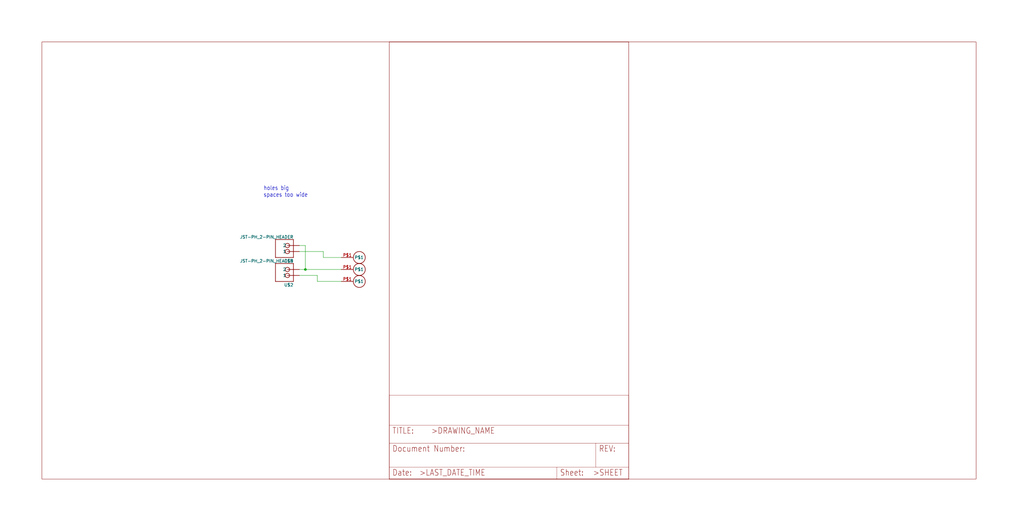
<source format=kicad_sch>
(kicad_sch (version 20211123) (generator eeschema)
  (paper "User" 434.34 223.571)
  (lib_symbols
    (symbol "weaver_toggle-eagle-import:BUTTON_PAD"
      (symbol "BUTTON_PAD_1_0"
        (circle (center 0 0) (radius 2.54) (stroke (width 0.254)))
        (pin bidirectional line (at -7.62 0 0) (length 5.08) (name "P$1") (number "P$1"))
      )
    )
    (symbol "weaver_toggle-eagle-import:JST-PH_2-PIN_HEADER"
      (property "Value" "JST-PH_2-PIN_HEADER" (at -5.08 -4.318 0))
      (symbol "JST-PH_2-PIN_HEADER_1_0"
        (circle (center -2.54 0) (radius 0.9158) (stroke (width 0.254)))
        (circle (center -2.54 2.54) (radius 0.9158) (stroke (width 0.254)))
        (polyline (pts (xy -5.08 -2.54) (xy -5.08 5.08)) (stroke (width 0.254)))
        (polyline (pts (xy -5.08 5.08) (xy 2.54 5.08)) (stroke (width 0.254)))
        (polyline (pts (xy 2.54 -2.54) (xy -5.08 -2.54)) (stroke (width 0.254)))
        (polyline (pts (xy 2.54 5.08) (xy 2.54 -2.54)) (stroke (width 0.254)))
        (pin bidirectional line (at -7.62 2.54 0) (length 5.08) (name "1") (number "P1"))
        (pin bidirectional line (at -7.62 0 0) (length 5.08) (name "2") (number "P2"))
      )
    )
    (symbol "weaver_toggle-eagle-import:LETTER_L"
      (symbol "LETTER_L_0_0"
        (polyline (pts (xy 0 0) (xy 248.92 0) (xy 248.92 185.42) (xy 0 185.42) (xy 0 0)))
      )
      (symbol "LETTER_L_2_0"
        (polyline (pts (xy 0 0) (xy 0 5.08)) (stroke (width 0.1016)))
        (polyline (pts (xy 0 0) (xy 71.12 0)) (stroke (width 0.1016)))
        (polyline (pts (xy 0 5.08) (xy 0 15.24)) (stroke (width 0.1016)))
        (polyline (pts (xy 0 5.08) (xy 71.12 5.08)) (stroke (width 0.1016)))
        (polyline (pts (xy 0 15.24) (xy 0 22.86)) (stroke (width 0.1016)))
        (polyline (pts (xy 0 22.86) (xy 0 35.56)) (stroke (width 0.1016)))
        (polyline (pts (xy 0 22.86) (xy 101.6 22.86)) (stroke (width 0.1016)))
        (polyline (pts (xy 71.12 0) (xy 101.6 0)) (stroke (width 0.1016)))
        (polyline (pts (xy 71.12 5.08) (xy 71.12 0)) (stroke (width 0.1016)))
        (polyline (pts (xy 71.12 5.08) (xy 87.63 5.08)) (stroke (width 0.1016)))
        (polyline (pts (xy 87.63 5.08) (xy 101.6 5.08)) (stroke (width 0.1016)))
        (polyline (pts (xy 87.63 15.24) (xy 0 15.24)) (stroke (width 0.1016)))
        (polyline (pts (xy 87.63 15.24) (xy 87.63 5.08)) (stroke (width 0.1016)))
        (polyline (pts (xy 101.6 5.08) (xy 101.6 0)) (stroke (width 0.1016)))
        (polyline (pts (xy 101.6 15.24) (xy 87.63 15.24)) (stroke (width 0.1016)))
        (polyline (pts (xy 101.6 15.24) (xy 101.6 5.08)) (stroke (width 0.1016)))
        (polyline (pts (xy 101.6 22.86) (xy 101.6 15.24)) (stroke (width 0.1016)))
        (polyline (pts (xy 101.6 35.56) (xy 0 35.56)) (stroke (width 0.1016)))
        (polyline (pts (xy 101.6 35.56) (xy 101.6 22.86)) (stroke (width 0.1016)))
        (text ">DRAWING_NAME" (at 17.78 19.05 0) (effects (font (size 2.54 2.159)) (justify left bottom)))
        (text ">LAST_DATE_TIME" (at 12.7 1.27 0) (effects (font (size 2.54 2.159)) (justify left bottom)))
        (text ">SHEET" (at 86.36 1.27 0) (effects (font (size 2.54 2.159)) (justify left bottom)))
        (text "Date:" (at 1.27 1.27 0) (effects (font (size 2.54 2.159)) (justify left bottom)))
        (text "Document Number:" (at 1.27 11.43 0) (effects (font (size 2.54 2.159)) (justify left bottom)))
        (text "REV:" (at 88.9 11.43 0) (effects (font (size 2.54 2.159)) (justify left bottom)))
        (text "Sheet:" (at 72.39 1.27 0) (effects (font (size 2.54 2.159)) (justify left bottom)))
        (text "TITLE:" (at 1.27 19.05 0) (effects (font (size 2.54 2.159)) (justify left bottom)))
      )
    )
  )
  (junction (at 129.54 114.3))
  (wire (pts (xy 127 104.14) (xy 129.54 104.14)))
  (wire (pts (xy 144.78 109.22) (xy 137.16 109.22)))
  (wire (pts (xy 129.54 114.3) (xy 144.78 114.3)))
  (wire (pts (xy 127 114.3) (xy 129.54 114.3)))
  (wire (pts (xy 144.78 119.38) (xy 134.62 119.38)))
  (wire (pts (xy 134.62 116.84) (xy 127 116.84)))
  (wire (pts (xy 137.16 106.68) (xy 127 106.68)))
  (wire (pts (xy 134.62 119.38) (xy 134.62 116.84)))
  (wire (pts (xy 137.16 109.22) (xy 137.16 106.68)))
  (wire (pts (xy 129.54 104.14) (xy 129.54 114.3)))
  (text "holes big\nspaces too wide" (at 111.76 83.82 180) (effects (font (size 1.778 1.5113)) (justify left bottom)))
  (symbol (lib_id "weaver_toggle-eagle-import:JST-PH_2-PIN_HEADER") (at 119.38 114.3 180) (unit 1)
    (property "Reference" "U$2" (at 124.46 120.142 0) (effects (justify left bottom)))
    (property "Value" "JST-PH_2-PIN_HEADER" (at 124.46 109.982 0) (effects (justify left bottom)))
    (property "Footprint" "weaver_toggle:JST_B2B-PH_HEADER" (effects hide))
  )
  (symbol (lib_id "weaver_toggle-eagle-import:BUTTON_PAD") (at 152.4 109.22 0) (unit 1)
    (property "Reference" "U$4" (effects hide))
    (property "Value" "BUTTON_PAD" (effects hide))
    (property "Footprint" "weaver_toggle:BUTTON_PAD" (effects hide))
  )
  (symbol (lib_id "weaver_toggle-eagle-import:JST-PH_2-PIN_HEADER") (at 119.38 104.14 180) (unit 1)
    (property "Reference" "U$5" (at 124.46 109.982 0) (effects (justify left bottom)))
    (property "Value" "JST-PH_2-PIN_HEADER" (at 124.46 99.822 0) (effects (justify left bottom)))
    (property "Footprint" "weaver_toggle:JST_B2B-PH_HEADER" (effects hide))
  )
  (symbol (lib_id "weaver_toggle-eagle-import:LETTER_L") (at 165.1 203.2 0) (unit 2)
    (property "Reference" "#FRAME1" (effects hide))
    (property "Value" "LETTER_L" (effects hide))
    (property "Footprint" "weaver_toggle:" (effects hide))
  )
  (symbol (lib_id "weaver_toggle-eagle-import:BUTTON_PAD") (at 152.4 119.38 0) (unit 1)
    (property "Reference" "U$3" (effects hide))
    (property "Value" "BUTTON_PAD" (effects hide))
    (property "Footprint" "weaver_toggle:BUTTON_PAD" (effects hide))
  )
  (symbol (lib_id "weaver_toggle-eagle-import:LETTER_L") (at 17.78 203.2 0) (unit 1)
    (property "Reference" "#FRAME1" (effects hide))
    (property "Value" "LETTER_L" (effects hide))
    (property "Footprint" "weaver_toggle:" (effects hide))
  )
  (symbol (lib_id "weaver_toggle-eagle-import:BUTTON_PAD") (at 152.4 114.3 0) (unit 1)
    (property "Reference" "U$1" (effects hide))
    (property "Value" "BUTTON_PAD" (effects hide))
    (property "Footprint" "weaver_toggle:BUTTON_PAD" (effects hide))
  )
)
</source>
